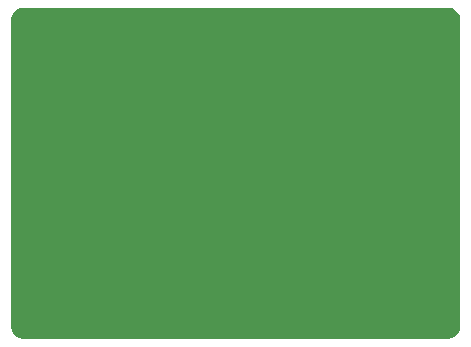
<source format=gbr>
%TF.GenerationSoftware,Altium Limited,Altium Designer,24.7.2 (38)*%
G04 Layer_Physical_Order=2*
G04 Layer_Color=16711680*
%FSLAX45Y45*%
%MOMM*%
%TF.SameCoordinates,665F1D1F-C803-44D7-9F74-9D0A5895F251*%
%TF.FilePolarity,Positive*%
%TF.FileFunction,Copper,L2,Bot,Signal*%
%TF.Part,Single*%
G01*
G75*
%TA.AperFunction,ViaPad*%
%ADD28C,0.35000*%
G36*
X11800000Y6399999D02*
X11809849Y6400000D01*
X11829169Y6396157D01*
X11847367Y6388619D01*
X11863746Y6377675D01*
X11877675Y6363746D01*
X11888619Y6347367D01*
X11896157Y6329168D01*
X11897240Y6323721D01*
X11899999Y6300004D01*
Y6299999D01*
X11899999D01*
X11900000Y6299998D01*
X11900000Y3700000D01*
X11900000Y3690151D01*
X11896157Y3670831D01*
X11888619Y3652632D01*
X11877675Y3636253D01*
X11863746Y3622324D01*
X11847368Y3611380D01*
X11829169Y3603842D01*
X11824217Y3602857D01*
X11800000Y3600000D01*
X8200000D01*
X8190151Y3600000D01*
X8170831Y3603843D01*
X8152632Y3611381D01*
X8136253Y3622324D01*
X8122325Y3636253D01*
X8111381Y3652632D01*
X8103843Y3670831D01*
X8100000Y3690151D01*
X8100000Y3700000D01*
Y6300000D01*
Y6309849D01*
X8103843Y6329168D01*
X8111381Y6347367D01*
X8122325Y6363746D01*
X8136253Y6377674D01*
X8152632Y6388618D01*
X8170831Y6396156D01*
X8190150Y6399999D01*
X8200000Y6399999D01*
X8200000Y6400000D01*
X11800000Y6399999D01*
D02*
G37*
D28*
X10270000Y4757500D02*
D03*
X8645000Y4520000D02*
D03*
X8957500Y4522500D02*
D03*
X11850006Y4800003D02*
D03*
X11800006Y4100002D02*
D03*
X11850006Y4000002D02*
D03*
X11800006Y3900002D02*
D03*
X11850006Y3800002D02*
D03*
X11800006Y3700002D02*
D03*
X11750006Y4800003D02*
D03*
X11700006Y4700003D02*
D03*
Y4100002D02*
D03*
X11750006Y4000002D02*
D03*
X11700006Y3900002D02*
D03*
X11750006Y3800002D02*
D03*
X11700006Y3700002D02*
D03*
X11600006Y4300002D02*
D03*
Y4100002D02*
D03*
X11650006Y4000002D02*
D03*
X11600006Y3900002D02*
D03*
X11650006Y3800002D02*
D03*
X11600006Y3700002D02*
D03*
X11500006Y4300002D02*
D03*
X11550006Y4200002D02*
D03*
X11500006Y4100002D02*
D03*
X11550006Y4000002D02*
D03*
X11500006Y3900002D02*
D03*
X11550006Y3800002D02*
D03*
X11500006Y3700002D02*
D03*
X11450006Y4200002D02*
D03*
X11400006Y4100002D02*
D03*
X11450006Y4000002D02*
D03*
X11400006Y3900002D02*
D03*
X11450006Y3800002D02*
D03*
X11400006Y3700002D02*
D03*
X11350006Y4200002D02*
D03*
X11300006Y4100002D02*
D03*
X11350006Y4000002D02*
D03*
X11300006Y3900002D02*
D03*
X11350006Y3800002D02*
D03*
X11300006Y3700002D02*
D03*
X11200006Y4300002D02*
D03*
X11250006Y4200002D02*
D03*
X11200006Y4100002D02*
D03*
X11250006Y4000002D02*
D03*
X11200006Y3900002D02*
D03*
X11250006Y3800002D02*
D03*
X11200006Y3700002D02*
D03*
X11100006Y4500002D02*
D03*
X11150006Y4400002D02*
D03*
X11100006Y4300002D02*
D03*
X11150006Y4200002D02*
D03*
X11100006Y4100002D02*
D03*
X11150006Y4000002D02*
D03*
X11100006Y3900002D02*
D03*
X11150006Y3800002D02*
D03*
X11100006Y3700002D02*
D03*
X11000006Y4500002D02*
D03*
X11050006Y4400002D02*
D03*
X11000006Y4300002D02*
D03*
X11050006Y4200002D02*
D03*
X11000006Y4100002D02*
D03*
X11050006Y4000002D02*
D03*
X11000006Y3900002D02*
D03*
X11050006Y3800002D02*
D03*
X11000006Y3700002D02*
D03*
X10900006Y4500002D02*
D03*
X10950006Y4400002D02*
D03*
X10900006Y4300002D02*
D03*
X10950006Y4200002D02*
D03*
X10900006Y4100002D02*
D03*
X10950006Y4000002D02*
D03*
X10900006Y3900002D02*
D03*
X10950006Y3800002D02*
D03*
X10900006Y3700002D02*
D03*
X10800006Y4500002D02*
D03*
X10850006Y4400002D02*
D03*
X10800006Y4300002D02*
D03*
X10850006Y4200002D02*
D03*
X10800006Y4100002D02*
D03*
X10850006Y4000002D02*
D03*
X10800006Y3900002D02*
D03*
X10850006Y3800002D02*
D03*
X10800006Y3700002D02*
D03*
X10750006Y4400002D02*
D03*
X10700006Y4300002D02*
D03*
X10750006Y4200002D02*
D03*
X10700006Y4100002D02*
D03*
X10750006Y4000002D02*
D03*
X10700006Y3900002D02*
D03*
X10750006Y3800002D02*
D03*
X10700006Y3700002D02*
D03*
X10600006Y5300003D02*
D03*
Y5100003D02*
D03*
X10650006Y4400002D02*
D03*
X10600006Y4300002D02*
D03*
X10650006Y4200002D02*
D03*
X10600006Y4100002D02*
D03*
X10650006Y4000002D02*
D03*
X10600006Y3900002D02*
D03*
X10650006Y3800002D02*
D03*
X10600006Y3700002D02*
D03*
X10500006Y5300003D02*
D03*
X10550006Y5200003D02*
D03*
X10500006Y5100003D02*
D03*
Y4500002D02*
D03*
X10550006Y4400002D02*
D03*
X10500006Y4300002D02*
D03*
X10550006Y4200002D02*
D03*
X10500006Y4100002D02*
D03*
X10550006Y4000002D02*
D03*
X10500006Y3900002D02*
D03*
X10550006Y3800002D02*
D03*
X10500006Y3700002D02*
D03*
X10450006Y5200003D02*
D03*
X10400006Y5100003D02*
D03*
X10450006Y4600002D02*
D03*
X10400006Y4500002D02*
D03*
X10450006Y4400002D02*
D03*
X10400006Y4300002D02*
D03*
X10450006Y4200002D02*
D03*
X10400006Y4100002D02*
D03*
X10450006Y4000002D02*
D03*
X10400006Y3900002D02*
D03*
X10450006Y3800002D02*
D03*
X10400006Y3700002D02*
D03*
X10350005Y5200003D02*
D03*
Y4600002D02*
D03*
X10300006Y4500002D02*
D03*
X10350005Y4400002D02*
D03*
X10300006Y4300002D02*
D03*
X10350005Y4200002D02*
D03*
X10300006Y4100002D02*
D03*
X10350005Y4000002D02*
D03*
X10300006Y3900002D02*
D03*
X10350005Y3800002D02*
D03*
X10300006Y3700002D02*
D03*
X10250005Y5200003D02*
D03*
Y4600002D02*
D03*
X10200006Y4500002D02*
D03*
X10250005Y4400002D02*
D03*
X10200006Y4300002D02*
D03*
X10250005Y4200002D02*
D03*
X10200006Y4100002D02*
D03*
X10250005Y4000002D02*
D03*
X10200006Y3900002D02*
D03*
X10250005Y3800002D02*
D03*
X10200006Y3700002D02*
D03*
X10100005Y5700003D02*
D03*
X10150005Y4800003D02*
D03*
X10100005Y4500002D02*
D03*
X10150005Y4400002D02*
D03*
X10100005Y4300002D02*
D03*
X10150005Y4200002D02*
D03*
X10100005Y4100002D02*
D03*
X10150005Y4000002D02*
D03*
X10100005Y3900002D02*
D03*
X10150005Y3800002D02*
D03*
X10100005Y3700002D02*
D03*
X10000005Y4500002D02*
D03*
X10050005Y4400002D02*
D03*
X10000005Y4300002D02*
D03*
X10050005Y4200002D02*
D03*
X10000005Y4100002D02*
D03*
X10050005Y4000002D02*
D03*
X10000005Y3900002D02*
D03*
X10050005Y3800002D02*
D03*
X10000005Y3700002D02*
D03*
X9900005Y4500002D02*
D03*
X9950005Y4400002D02*
D03*
X9900005Y4300002D02*
D03*
X9950005Y4200002D02*
D03*
X9900005Y4100002D02*
D03*
X9950005Y4000002D02*
D03*
X9900005Y3900002D02*
D03*
X9950005Y3800002D02*
D03*
X9900005Y3700002D02*
D03*
X9800005Y4500002D02*
D03*
X9850005Y4400002D02*
D03*
X9800005Y4300002D02*
D03*
X9850005Y4200002D02*
D03*
X9800005Y4100002D02*
D03*
X9850005Y4000002D02*
D03*
X9800005Y3900002D02*
D03*
X9850005Y3800002D02*
D03*
X9800005Y3700002D02*
D03*
X9700005Y4500002D02*
D03*
X9750005Y4400002D02*
D03*
X9700005Y4300002D02*
D03*
X9750005Y4200002D02*
D03*
X9700005Y4100002D02*
D03*
X9750005Y4000002D02*
D03*
X9700005Y3900002D02*
D03*
X9750005Y3800002D02*
D03*
X9700005Y3700002D02*
D03*
X9600005Y4500002D02*
D03*
X9650005Y4400002D02*
D03*
X9600005Y4300002D02*
D03*
X9650005Y4200002D02*
D03*
X9600005Y4100002D02*
D03*
X9650005Y4000002D02*
D03*
X9600005Y3900002D02*
D03*
X9650005Y3800002D02*
D03*
X9600005Y3700002D02*
D03*
X9500005Y4500002D02*
D03*
X9550005Y4400002D02*
D03*
X9500005Y4300002D02*
D03*
X9550005Y4200002D02*
D03*
X9500005Y4100002D02*
D03*
X9550005Y4000002D02*
D03*
X9500005Y3900002D02*
D03*
X9550005Y3800002D02*
D03*
X9500005Y3700002D02*
D03*
X9400005Y5300003D02*
D03*
X9450005Y5200003D02*
D03*
X9400005Y5100003D02*
D03*
Y4500002D02*
D03*
X9450005Y4400002D02*
D03*
X9400005Y4300002D02*
D03*
X9450005Y4200002D02*
D03*
X9400005Y4100002D02*
D03*
X9450005Y4000002D02*
D03*
X9400005Y3900002D02*
D03*
X9450005Y3800002D02*
D03*
X9400005Y3700002D02*
D03*
X9300005Y5100003D02*
D03*
Y4500002D02*
D03*
X9350005Y4400002D02*
D03*
X9300005Y4300002D02*
D03*
X9350005Y4200002D02*
D03*
X9300005Y4100002D02*
D03*
X9350005Y4000002D02*
D03*
X9300005Y3900002D02*
D03*
X9350005Y3800002D02*
D03*
X9300005Y3700002D02*
D03*
X9200005Y4500002D02*
D03*
X9250005Y4400002D02*
D03*
X9200005Y4300002D02*
D03*
X9250005Y4200002D02*
D03*
X9200005Y4100002D02*
D03*
X9250005Y4000002D02*
D03*
X9200005Y3900002D02*
D03*
X9250005Y3800002D02*
D03*
X9200005Y3700002D02*
D03*
X9100005Y4500002D02*
D03*
X9150005Y4400002D02*
D03*
X9100005Y4300002D02*
D03*
X9150005Y4200002D02*
D03*
X9100005Y4100002D02*
D03*
X9150005Y4000002D02*
D03*
X9100005Y3900002D02*
D03*
X9150005Y3800002D02*
D03*
X9100005Y3700002D02*
D03*
X9050005Y4400002D02*
D03*
X9000005Y4300002D02*
D03*
X9050005Y4200002D02*
D03*
X9000005Y4100002D02*
D03*
X9050005Y4000002D02*
D03*
X9000005Y3900002D02*
D03*
X9050005Y3800002D02*
D03*
X9000005Y3700002D02*
D03*
X8900005Y4300002D02*
D03*
X8950005Y4200002D02*
D03*
X8900005Y4100002D02*
D03*
X8950005Y4000002D02*
D03*
X8900005Y3900002D02*
D03*
X8950005Y3800002D02*
D03*
X8900005Y3700002D02*
D03*
X8850005Y4200002D02*
D03*
X8800005Y4100002D02*
D03*
X8850005Y4000002D02*
D03*
X8800005Y3900002D02*
D03*
X8850005Y3800002D02*
D03*
X8800005Y3700002D02*
D03*
X8700005Y4300002D02*
D03*
X8750005Y4200002D02*
D03*
X8700005Y4100002D02*
D03*
X8750005Y4000002D02*
D03*
X8700005Y3900002D02*
D03*
X8750005Y3800002D02*
D03*
X8700005Y3700002D02*
D03*
X8600005Y4300002D02*
D03*
X8650005Y4200002D02*
D03*
X8600005Y4100002D02*
D03*
X8650005Y4000002D02*
D03*
X8600005Y3900002D02*
D03*
X8650005Y3800002D02*
D03*
X8600005Y3700002D02*
D03*
X8500005Y5100003D02*
D03*
Y4900003D02*
D03*
Y4700003D02*
D03*
Y4500002D02*
D03*
X8550004Y4400002D02*
D03*
X8500005Y4300002D02*
D03*
X8550004Y4200002D02*
D03*
X8500005Y4100002D02*
D03*
X8550004Y4000002D02*
D03*
X8500005Y3900002D02*
D03*
X8550004Y3800002D02*
D03*
X8500005Y3700002D02*
D03*
X8400005Y5100003D02*
D03*
X8450004Y5000003D02*
D03*
X8400005Y4900003D02*
D03*
X8450004Y4800003D02*
D03*
X8400005Y4700003D02*
D03*
X8450004Y4600002D02*
D03*
Y4400002D02*
D03*
X8400005Y4300002D02*
D03*
X8450004Y4200002D02*
D03*
X8400005Y4100002D02*
D03*
X8450004Y4000002D02*
D03*
X8400005Y3900002D02*
D03*
X8450004Y3800002D02*
D03*
X8400005Y3700002D02*
D03*
X8300004Y5100003D02*
D03*
X8350004Y5000003D02*
D03*
X8300004Y4900003D02*
D03*
X8350004Y4800003D02*
D03*
X8300004Y4700003D02*
D03*
Y4100002D02*
D03*
X8350004Y4000002D02*
D03*
X8300004Y3900002D02*
D03*
X8350004Y3800002D02*
D03*
X8300004Y3700002D02*
D03*
X8200004Y5100003D02*
D03*
X8250004Y5000003D02*
D03*
X8200004Y4900003D02*
D03*
Y4100002D02*
D03*
X8250004Y4000002D02*
D03*
X8200004Y3900002D02*
D03*
X8250004Y3800002D02*
D03*
X8200004Y3700002D02*
D03*
X10157500Y5230000D02*
D03*
X11862500Y5677500D02*
D03*
X9557500Y5342500D02*
D03*
X9240000Y5145000D02*
D03*
X10145000Y5612500D02*
D03*
X8200000Y4675000D02*
D03*
X8422500Y4502500D02*
D03*
X8195000Y4322500D02*
D03*
X8802500Y4332500D02*
D03*
X10150000Y5775000D02*
D03*
X10427500Y5327500D02*
D03*
X10227500Y5242500D02*
D03*
X10307500Y5167500D02*
D03*
X10157500Y4977500D02*
D03*
X10520000Y5050000D02*
D03*
X10372500Y4980000D02*
D03*
X10375000Y4827500D02*
D03*
X10522500Y4617500D02*
D03*
X11345000Y4287500D02*
D03*
X11800000Y4327500D02*
D03*
X11575000Y4432500D02*
D03*
Y4502500D02*
D03*
X11800000Y4672500D02*
D03*
X11835000Y4955000D02*
D03*
X11687500Y4825000D02*
D03*
%TF.MD5,89182762cf002a2ded1063679f26a2b3*%
M02*

</source>
